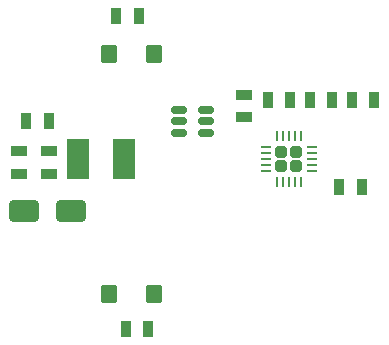
<source format=gbr>
%TF.GenerationSoftware,KiCad,Pcbnew,7.0.5.1-1-g8f565ef7f0-dirty-deb11*%
%TF.CreationDate,2023-07-09T22:40:19+00:00*%
%TF.ProjectId,USB232R02,55534232-3332-4523-9032-2e6b69636164,rev?*%
%TF.SameCoordinates,PX7f790e8PY698c050*%
%TF.FileFunction,Paste,Bot*%
%TF.FilePolarity,Positive*%
%FSLAX46Y46*%
G04 Gerber Fmt 4.6, Leading zero omitted, Abs format (unit mm)*
G04 Created by KiCad (PCBNEW 7.0.5.1-1-g8f565ef7f0-dirty-deb11) date 2023-07-09 22:40:19*
%MOMM*%
%LPD*%
G01*
G04 APERTURE LIST*
G04 Aperture macros list*
%AMRoundRect*
0 Rectangle with rounded corners*
0 $1 Rounding radius*
0 $2 $3 $4 $5 $6 $7 $8 $9 X,Y pos of 4 corners*
0 Add a 4 corners polygon primitive as box body*
4,1,4,$2,$3,$4,$5,$6,$7,$8,$9,$2,$3,0*
0 Add four circle primitives for the rounded corners*
1,1,$1+$1,$2,$3*
1,1,$1+$1,$4,$5*
1,1,$1+$1,$6,$7*
1,1,$1+$1,$8,$9*
0 Add four rect primitives between the rounded corners*
20,1,$1+$1,$2,$3,$4,$5,0*
20,1,$1+$1,$4,$5,$6,$7,0*
20,1,$1+$1,$6,$7,$8,$9,0*
20,1,$1+$1,$8,$9,$2,$3,0*%
G04 Aperture macros list end*
%ADD10R,0.889000X1.397000*%
%ADD11R,1.397000X0.889000*%
%ADD12RoundRect,0.250000X0.255000X-0.255000X0.255000X0.255000X-0.255000X0.255000X-0.255000X-0.255000X0*%
%ADD13RoundRect,0.062500X0.062500X-0.350000X0.062500X0.350000X-0.062500X0.350000X-0.062500X-0.350000X0*%
%ADD14RoundRect,0.062500X0.350000X-0.062500X0.350000X0.062500X-0.350000X0.062500X-0.350000X-0.062500X0*%
%ADD15RoundRect,0.190667X0.524333X0.559333X-0.524333X0.559333X-0.524333X-0.559333X0.524333X-0.559333X0*%
%ADD16RoundRect,0.190667X-0.524333X-0.559333X0.524333X-0.559333X0.524333X0.559333X-0.524333X0.559333X0*%
%ADD17RoundRect,0.150000X0.512500X0.150000X-0.512500X0.150000X-0.512500X-0.150000X0.512500X-0.150000X0*%
%ADD18RoundRect,0.250000X1.000000X0.650000X-1.000000X0.650000X-1.000000X-0.650000X1.000000X-0.650000X0*%
%ADD19R,1.900000X3.400000*%
G04 APERTURE END LIST*
D10*
%TO.C,R3*%
X5080000Y23495000D03*
X6985000Y23495000D03*
%TD*%
D11*
%TO.C,C3*%
X15860000Y14944000D03*
X15860000Y16849000D03*
%TD*%
%TO.C,FB1*%
X-635000Y12065000D03*
X-635000Y10160000D03*
%TD*%
D10*
%TO.C,C1*%
X-635000Y14605000D03*
X-2540000Y14605000D03*
%TD*%
%TO.C,R2*%
X25019000Y16383000D03*
X26924000Y16383000D03*
%TD*%
D12*
%TO.C,U2*%
X19060000Y10805000D03*
X20310000Y10805000D03*
X19060000Y12055000D03*
X20310000Y12055000D03*
D13*
X20685000Y9492500D03*
X20185000Y9492500D03*
X19685000Y9492500D03*
X19185000Y9492500D03*
X18685000Y9492500D03*
D14*
X17747500Y10430000D03*
X17747500Y10930000D03*
X17747500Y11430000D03*
X17747500Y11930000D03*
X17747500Y12430000D03*
D13*
X18685000Y13367500D03*
X19185000Y13367500D03*
X19685000Y13367500D03*
X20185000Y13367500D03*
X20685000Y13367500D03*
D14*
X21622500Y12430000D03*
X21622500Y11930000D03*
X21622500Y11430000D03*
X21622500Y10930000D03*
X21622500Y10430000D03*
%TD*%
D10*
%TO.C,R1*%
X21463000Y16383000D03*
X23368000Y16383000D03*
%TD*%
D15*
%TO.C,D2*%
X8265000Y20320000D03*
D16*
X4435000Y20320000D03*
%TD*%
D10*
%TO.C,C4*%
X19812000Y16383000D03*
X17907000Y16383000D03*
%TD*%
D17*
%TO.C,U1*%
X12700000Y15555000D03*
X12700000Y14605000D03*
X12700000Y13655000D03*
X10425000Y13655000D03*
X10425000Y14605000D03*
X10425000Y15555000D03*
%TD*%
D11*
%TO.C,C2*%
X-3175000Y10160000D03*
X-3175000Y12065000D03*
%TD*%
D10*
%TO.C,C5*%
X25844500Y9017000D03*
X23939500Y9017000D03*
%TD*%
D18*
%TO.C,D1*%
X1270000Y6985000D03*
X-2730000Y6985000D03*
%TD*%
D19*
%TO.C,F1*%
X5715000Y11430000D03*
X1815000Y11430000D03*
%TD*%
D15*
%TO.C,D3*%
X8265000Y0D03*
D16*
X4435000Y0D03*
%TD*%
D10*
%TO.C,R4*%
X7787500Y-2926000D03*
X5882500Y-2926000D03*
%TD*%
M02*

</source>
